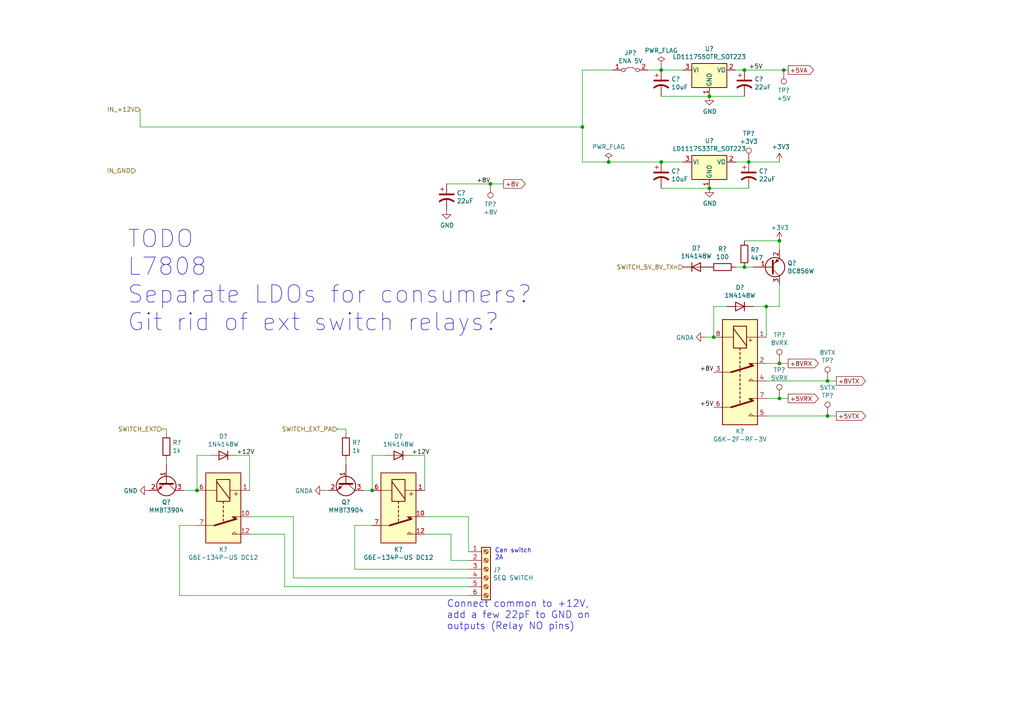
<source format=kicad_sch>
(kicad_sch (version 20211123) (generator eeschema)
  (paper "A4")
  (title_block (title "DART-70 TRX") (date "2023-01-08") (rev "0") (company "HB9EGM") (comment 1 "A 4m Band SSB/CW Transceiver"))
  (lib_symbols
    (symbol "Connector:Screw_Terminal_01x06" (pin_names (offset 1.016) hide)
      (property "Reference" "J" (at 0 7.62 0))
      (property "Value" "Screw_Terminal_01x06" (at 0 -10.16 0))
      (symbol "Screw_Terminal_01x06_1_1"
        (rectangle (start -1.27 6.35) (end 1.27 -8.89) (stroke (width 0.254)) (fill (type background)))
        (circle (center 0 -7.62) (radius 0.635) (stroke (width 0.1524)))
        (circle (center 0 -5.08) (radius 0.635) (stroke (width 0.1524)))
        (circle (center 0 -2.54) (radius 0.635) (stroke (width 0.1524)))
        (polyline (pts (xy -0.5334 -7.2898) (xy 0.3302 -8.128)) (stroke (width 0.1524)))
        (polyline (pts (xy -0.5334 -4.7498) (xy 0.3302 -5.588)) (stroke (width 0.1524)))
        (polyline (pts (xy -0.5334 -2.2098) (xy 0.3302 -3.048)) (stroke (width 0.1524)))
        (polyline (pts (xy -0.5334 0.3302) (xy 0.3302 -0.508)) (stroke (width 0.1524)))
        (polyline (pts (xy -0.5334 2.8702) (xy 0.3302 2.032)) (stroke (width 0.1524)))
        (polyline (pts (xy -0.5334 5.4102) (xy 0.3302 4.572)) (stroke (width 0.1524)))
        (polyline (pts (xy -0.3556 -7.112) (xy 0.508 -7.9502)) (stroke (width 0.1524)))
        (polyline (pts (xy -0.3556 -4.572) (xy 0.508 -5.4102)) (stroke (width 0.1524)))
        (polyline (pts (xy -0.3556 -2.032) (xy 0.508 -2.8702)) (stroke (width 0.1524)))
        (polyline (pts (xy -0.3556 0.508) (xy 0.508 -0.3302)) (stroke (width 0.1524)))
        (polyline (pts (xy -0.3556 3.048) (xy 0.508 2.2098)) (stroke (width 0.1524)))
        (polyline (pts (xy -0.3556 5.588) (xy 0.508 4.7498)) (stroke (width 0.1524)))
        (circle (center 0 0) (radius 0.635) (stroke (width 0.1524)))
        (circle (center 0 2.54) (radius 0.635) (stroke (width 0.1524)))
        (circle (center 0 5.08) (radius 0.635) (stroke (width 0.1524)))
        (pin passive line (at -5.08 5.08 0) (length 3.81) (name "Pin_1") (number "1"))
        (pin passive line (at -5.08 2.54 0) (length 3.81) (name "Pin_2") (number "2"))
        (pin passive line (at -5.08 0 0) (length 3.81) (name "Pin_3") (number "3"))
        (pin passive line (at -5.08 -2.54 0) (length 3.81) (name "Pin_4") (number "4"))
        (pin passive line (at -5.08 -5.08 0) (length 3.81) (name "Pin_5") (number "5"))
        (pin passive line (at -5.08 -7.62 0) (length 3.81) (name "Pin_6") (number "6"))
      )
    )
    (symbol "Connector:TestPoint" (pin_numbers hide) (pin_names (offset 0.762) hide)
      (property "Reference" "TP" (at 0 6.858 0))
      (property "Value" "TestPoint" (at 0 5.08 0))
      (symbol "TestPoint_0_1"
        (circle (center 0 3.302) (radius 0.762))
      )
      (symbol "TestPoint_1_1"
        (pin passive line (at 0 0 90) (length 2.54) (name "1") (number "1"))
      )
    )
    (symbol "Device:CP1" (pin_numbers hide) (pin_names (offset 0.254) hide)
      (property "Reference" "C" (at 0.635 2.54 0))
      (property "Value" "Device_CP1" (at 0.635 -2.54 0))
      (symbol "CP1_0_1"
        (polyline (pts (xy -2.032 0.762) (xy 2.032 0.762)) (stroke (width 0.508)))
        (polyline (pts (xy -1.778 2.286) (xy -0.762 2.286)))
        (polyline (pts (xy -1.27 1.778) (xy -1.27 2.794)))
        (arc (start 2.032 -1.27) (mid 0 -0.5572) (end -2.032 -1.27) (stroke (width 0.508)))
      )
      (symbol "CP1_1_1"
        (pin passive line (at 0 3.81 270) (length 2.794) (name "~") (number "1"))
        (pin passive line (at 0 -3.81 90) (length 3.302) (name "~") (number "2"))
      )
    )
    (symbol "Device:R" (pin_numbers hide) (pin_names (offset 0))
      (property "Reference" "R" (at 2.032 0 90))
      (property "Value" "R" (at 0 0 90))
      (symbol "R_0_1"
        (rectangle (start -1.016 -2.54) (end 1.016 2.54) (stroke (width 0.254)))
      )
      (symbol "R_1_1"
        (pin passive line (at 0 3.81 270) (length 1.27) (name "~") (number "1"))
        (pin passive line (at 0 -3.81 90) (length 1.27) (name "~") (number "2"))
      )
    )
    (symbol "Diode:1N4148W" (pin_numbers hide) (pin_names (offset 1.016) hide)
      (property "Reference" "D" (at 0 2.54 0))
      (property "Value" "1N4148W" (at 0 -2.54 0))
      (symbol "1N4148W_0_1"
        (polyline (pts (xy -1.27 1.27) (xy -1.27 -1.27)) (stroke (width 0.254)))
        (polyline (pts (xy 1.27 0) (xy -1.27 0)))
        (polyline (pts (xy 1.27 1.27) (xy 1.27 -1.27) (xy -1.27 0) (xy 1.27 1.27)) (stroke (width 0.254)))
      )
      (symbol "1N4148W_1_1"
        (pin passive line (at -3.81 0 0) (length 2.54) (name "K") (number "1"))
        (pin passive line (at 3.81 0 180) (length 2.54) (name "A") (number "2"))
      )
    )
    (symbol "Jumper:Jumper_2_Bridged" (pin_names (offset 0) hide)
      (property "Reference" "JP" (at 0 1.905 0))
      (property "Value" "Jumper_2_Bridged" (at 0 -2.54 0))
      (symbol "Jumper_2_Bridged_0_0"
        (circle (center -2.032 0) (radius 0.508))
        (circle (center 2.032 0) (radius 0.508))
      )
      (symbol "Jumper_2_Bridged_0_1"
        (arc (start 1.524 0.254) (mid 0 0.762) (end -1.524 0.254))
      )
      (symbol "Jumper_2_Bridged_1_1"
        (pin passive line (at -5.08 0 0) (length 2.54) (name "A") (number "1"))
        (pin passive line (at 5.08 0 180) (length 2.54) (name "B") (number "2"))
      )
    )
    (symbol "Regulator_Linear:LD1117S33TR_SOT223" (pin_names (offset 0.254))
      (property "Reference" "U" (at -3.81 3.175 0))
      (property "Value" "LD1117S33TR_SOT223" (at 0 3.175 0))
      (symbol "LD1117S33TR_SOT223_0_1"
        (rectangle (start -5.08 -5.08) (end 5.08 1.905) (stroke (width 0.254)) (fill (type background)))
      )
      (symbol "LD1117S33TR_SOT223_1_1"
        (pin power_in line (at 0 -7.62 90) (length 2.54) (name "GND") (number "1"))
        (pin power_out line (at 7.62 0 180) (length 2.54) (name "VO") (number "2"))
        (pin power_in line (at -7.62 0 0) (length 2.54) (name "VI") (number "3"))
      )
    )
    (symbol "Regulator_Linear:LD1117S50TR_SOT223" (pin_names (offset 0.254))
      (property "Reference" "U" (at -3.81 3.175 0))
      (property "Value" "LD1117S50TR_SOT223" (at 0 3.175 0))
      (symbol "LD1117S50TR_SOT223_0_1"
        (rectangle (start -5.08 -5.08) (end 5.08 1.905) (stroke (width 0.254)) (fill (type background)))
      )
      (symbol "LD1117S50TR_SOT223_1_1"
        (pin power_in line (at 0 -7.62 90) (length 2.54) (name "GND") (number "1"))
        (pin power_out line (at 7.62 0 180) (length 2.54) (name "VO") (number "2"))
        (pin power_in line (at -7.62 0 0) (length 2.54) (name "VI") (number "3"))
      )
    )
    (symbol "Relay:G6E"
      (property "Reference" "K" (at 11.43 3.81 0))
      (property "Value" "G6E" (at 11.43 1.27 0))
      (symbol "G6E_0_0"
        (polyline (pts (xy 7.62 5.08) (xy 7.62 2.54) (xy 6.985 3.175) (xy 7.62 3.81)))
        (text "+" (at -4.064 3.556 0) (effects (font (size 1.524 1.524))))
      )
      (symbol "G6E_0_1"
        (rectangle (start -10.16 5.08) (end 10.16 -5.08) (stroke (width 0.254)) (fill (type background)))
        (rectangle (start -8.255 1.905) (end -1.905 -1.905) (stroke (width 0.254)))
        (polyline (pts (xy -7.62 -1.905) (xy -2.54 1.905)) (stroke (width 0.254)))
        (polyline (pts (xy -5.08 -5.08) (xy -5.08 -1.905)))
        (polyline (pts (xy -5.08 5.08) (xy -5.08 1.905)))
        (polyline (pts (xy -1.905 0) (xy -1.27 0)) (stroke (width 0.254)))
        (polyline (pts (xy -0.635 0) (xy 0 0)) (stroke (width 0.254)))
        (polyline (pts (xy 0.635 0) (xy 1.27 0)) (stroke (width 0.254)))
        (polyline (pts (xy 1.905 0) (xy 2.54 0)) (stroke (width 0.254)))
        (polyline (pts (xy 3.175 0) (xy 3.81 0)) (stroke (width 0.254)))
        (polyline (pts (xy 5.08 -2.54) (xy 3.175 3.81)) (stroke (width 0.508)))
        (polyline (pts (xy 5.08 -2.54) (xy 5.08 -5.08)))
        (polyline (pts (xy 2.54 5.08) (xy 2.54 2.54) (xy 3.175 3.175) (xy 2.54 3.81)) (fill (type outline)))
      )
      (symbol "G6E_1_1"
        (pin passive line (at -5.08 7.62 270) (length 2.54) (name "~") (number "1"))
        (pin passive line (at 2.54 7.62 270) (length 2.54) (name "~") (number "10"))
        (pin passive line (at 7.62 7.62 270) (length 2.54) (name "~") (number "12"))
        (pin passive line (at -5.08 -7.62 90) (length 2.54) (name "~") (number "6"))
        (pin passive line (at 5.08 -7.62 90) (length 2.54) (name "~") (number "7"))
      )
    )
    (symbol "Relay:G6K-2"
      (property "Reference" "K" (at 16.51 3.81 0))
      (property "Value" "G6K-2" (at 16.51 1.27 0))
      (symbol "G6K-2_0_0"
        (text "+" (at -9.271 2.921 0) (effects (font (size 1.27 1.27))))
      )
      (symbol "G6K-2_0_1"
        (rectangle (start -15.24 5.08) (end 15.24 -5.08) (stroke (width 0.254)) (fill (type background)))
        (rectangle (start -13.335 1.905) (end -6.985 -1.905) (stroke (width 0.254)))
        (polyline (pts (xy -12.7 -1.905) (xy -7.62 1.905)) (stroke (width 0.254)))
        (polyline (pts (xy -10.16 -5.08) (xy -10.16 -1.905)))
        (polyline (pts (xy -10.16 5.08) (xy -10.16 1.905)))
        (polyline (pts (xy -6.985 0) (xy -6.35 0)) (stroke (width 0.254)))
        (polyline (pts (xy -5.715 0) (xy -5.08 0)) (stroke (width 0.254)))
        (polyline (pts (xy -4.445 0) (xy -3.81 0)) (stroke (width 0.254)))
        (polyline (pts (xy -3.175 0) (xy -2.54 0)) (stroke (width 0.254)))
        (polyline (pts (xy -1.905 0) (xy -1.27 0)) (stroke (width 0.254)))
        (polyline (pts (xy -0.635 0) (xy 0 0)) (stroke (width 0.254)))
        (polyline (pts (xy 0 -2.54) (xy -1.905 3.81)) (stroke (width 0.508)))
        (polyline (pts (xy 0 -2.54) (xy 0 -5.08)))
        (polyline (pts (xy 0.635 0) (xy 1.27 0)) (stroke (width 0.254)))
        (polyline (pts (xy 1.905 0) (xy 2.54 0)) (stroke (width 0.254)))
        (polyline (pts (xy 3.175 0) (xy 3.81 0)) (stroke (width 0.254)))
        (polyline (pts (xy 4.445 0) (xy 5.08 0)) (stroke (width 0.254)))
        (polyline (pts (xy 5.715 0) (xy 6.35 0)) (stroke (width 0.254)))
        (polyline (pts (xy 6.985 0) (xy 7.62 0)) (stroke (width 0.254)))
        (polyline (pts (xy 8.255 0) (xy 8.89 0)) (stroke (width 0.254)))
        (polyline (pts (xy 10.16 -2.54) (xy 8.255 3.81)) (stroke (width 0.508)))
        (polyline (pts (xy 10.16 -2.54) (xy 10.16 -5.08)))
        (polyline (pts (xy -2.54 5.08) (xy -2.54 2.54) (xy -1.905 3.175) (xy -2.54 3.81)) (fill (type outline)))
        (polyline (pts (xy 2.54 5.08) (xy 2.54 2.54) (xy 1.905 3.175) (xy 2.54 3.81)))
        (polyline (pts (xy 7.62 5.08) (xy 7.62 2.54) (xy 8.255 3.175) (xy 7.62 3.81)) (fill (type outline)))
        (polyline (pts (xy 12.7 5.08) (xy 12.7 2.54) (xy 12.065 3.175) (xy 12.7 3.81)))
      )
      (symbol "G6K-2_1_1"
        (pin passive line (at -10.16 7.62 270) (length 2.54) (name "~") (number "1"))
        (pin passive line (at -2.54 7.62 270) (length 2.54) (name "~") (number "2"))
        (pin passive line (at 0 -7.62 90) (length 2.54) (name "~") (number "3"))
        (pin passive line (at 2.54 7.62 270) (length 2.54) (name "~") (number "4"))
        (pin passive line (at 12.7 7.62 270) (length 2.54) (name "~") (number "5"))
        (pin passive line (at 10.16 -7.62 90) (length 2.54) (name "~") (number "6"))
        (pin passive line (at 7.62 7.62 270) (length 2.54) (name "~") (number "7"))
        (pin passive line (at -10.16 -7.62 90) (length 2.54) (name "~") (number "8"))
      )
    )
    (symbol "Transistor_BJT:BC856W" (pin_names (offset 0) hide)
      (property "Reference" "Q" (at 5.08 1.905 0))
      (property "Value" "BC856W" (at 5.08 0 0))
      (symbol "BC856W_0_1"
        (polyline (pts (xy 0.635 0.635) (xy 2.54 2.54)))
        (polyline (pts (xy 0.635 -0.635) (xy 2.54 -2.54) (xy 2.54 -2.54)))
        (polyline (pts (xy 0.635 1.905) (xy 0.635 -1.905) (xy 0.635 -1.905)) (stroke (width 0.508)))
        (polyline (pts (xy 2.286 -1.778) (xy 1.778 -2.286) (xy 1.27 -1.27) (xy 2.286 -1.778) (xy 2.286 -1.778)) (fill (type outline)))
        (circle (center 1.27 0) (radius 2.8194) (stroke (width 0.254)))
      )
      (symbol "BC856W_1_1"
        (pin input line (at -5.08 0 0) (length 5.715) (name "B") (number "1"))
        (pin passive line (at 2.54 -5.08 90) (length 2.54) (name "E") (number "2"))
        (pin passive line (at 2.54 5.08 270) (length 2.54) (name "C") (number "3"))
      )
    )
    (symbol "Transistor_BJT:MMBT3904" (pin_names (offset 0) hide)
      (property "Reference" "Q" (at 5.08 1.905 0))
      (property "Value" "MMBT3904" (at 5.08 0 0))
      (symbol "MMBT3904_0_1"
        (polyline (pts (xy 0.635 0.635) (xy 2.54 2.54)))
        (polyline (pts (xy 0.635 -0.635) (xy 2.54 -2.54) (xy 2.54 -2.54)))
        (polyline (pts (xy 0.635 1.905) (xy 0.635 -1.905) (xy 0.635 -1.905)) (stroke (width 0.508)))
        (polyline (pts (xy 1.27 -1.778) (xy 1.778 -1.27) (xy 2.286 -2.286) (xy 1.27 -1.778) (xy 1.27 -1.778)) (fill (type outline)))
        (circle (center 1.27 0) (radius 2.8194) (stroke (width 0.254)))
      )
      (symbol "MMBT3904_1_1"
        (pin input line (at -5.08 0 0) (length 5.715) (name "B") (number "1"))
        (pin passive line (at 2.54 -5.08 90) (length 2.54) (name "E") (number "2"))
        (pin passive line (at 2.54 5.08 270) (length 2.54) (name "C") (number "3"))
      )
    )
    (symbol "power:+3.3V" (power) (pin_names (offset 0))
      (property "Value" "+3.3V" (at 0 3.556 0))
      (symbol "+3.3V_0_1"
        (polyline (pts (xy -0.762 1.27) (xy 0 2.54)))
        (polyline (pts (xy 0 0) (xy 0 2.54)))
        (polyline (pts (xy 0 2.54) (xy 0.762 1.27)))
      )
      (symbol "+3.3V_1_1"
        (pin power_in line (at 0 0 90) (length 0) hide (name "+3V3") (number "1"))
      )
    )
    (symbol "power:GND" (power) (pin_names (offset 0))
      (property "Value" "GND" (at 0 -3.81 0))
      (symbol "GND_0_1"
        (polyline (pts (xy 0 0) (xy 0 -1.27) (xy 1.27 -1.27) (xy 0 -2.54) (xy -1.27 -1.27) (xy 0 -1.27)))
      )
      (symbol "GND_1_1"
        (pin power_in line (at 0 0 270) (length 0) hide (name "GND") (number "1"))
      )
    )
    (symbol "power:GNDA" (power) (pin_names (offset 0))
      (property "Value" "GNDA" (at 0 -3.81 0))
      (symbol "GNDA_0_1"
        (polyline (pts (xy 0 0) (xy 0 -1.27) (xy 1.27 -1.27) (xy 0 -2.54) (xy -1.27 -1.27) (xy 0 -1.27)))
      )
      (symbol "GNDA_1_1"
        (pin power_in line (at 0 0 270) (length 0) hide (name "GNDA") (number "1"))
      )
    )
    (symbol "power:PWR_FLAG" (power) (pin_numbers hide) (pin_names (offset 0) hide)
      (property "Value" "PWR_FLAG" (at 0 3.81 0))
      (symbol "PWR_FLAG_0_0"
        (pin power_out line (at 0 0 90) (length 0) (name "pwr") (number "1"))
      )
      (symbol "PWR_FLAG_0_1"
        (polyline (pts (xy 0 0) (xy 0 1.27) (xy -1.016 1.905) (xy 0 2.54) (xy 1.016 1.905) (xy 0 1.27)))
      )
    )
  )
  (junction (at 226.06 115.57))
  (junction (at 191.77 46.99))
  (junction (at 217.17 46.99))
  (junction (at 205.74 27.94))
  (junction (at 142.24 53.34))
  (junction (at 215.9 20.32))
  (junction (at 226.06 69.85))
  (junction (at 227.33 20.32))
  (junction (at 191.77 20.32))
  (junction (at 205.74 54.61))
  (junction (at 57.15 142.24))
  (junction (at 176.53 46.99))
  (junction (at 107.95 142.24))
  (junction (at 222.25 88.9))
  (junction (at 215.9 77.47))
  (junction (at 168.91 36.83))
  (junction (at 240.03 110.49))
  (junction (at 207.01 97.79))
  (junction (at 240.03 120.65))
  (junction (at 226.06 105.41))
  (wire (pts (xy 176.53 46.99) (xy 191.77 46.99)))
  (wire (pts (xy 129.54 53.34) (xy 142.24 53.34)))
  (wire (pts (xy 135.89 172.72) (xy 52.07 172.72)))
  (wire (pts (xy 135.89 160.02) (xy 135.89 149.86)))
  (wire (pts (xy 168.91 46.99) (xy 176.53 46.99)))
  (wire (pts (xy 40.64 36.83) (xy 168.91 36.83)))
  (wire (pts (xy 46.99 124.46) (xy 48.26 124.46)))
  (wire (pts (xy 93.98 142.24) (xy 95.25 142.24)))
  (wire (pts (xy 105.41 142.24) (xy 107.95 142.24)))
  (wire (pts (xy 226.06 105.41) (xy 228.6 105.41)))
  (wire (pts (xy 213.36 77.47) (xy 215.9 77.47)))
  (wire (pts (xy 191.77 19.05) (xy 191.77 20.32)))
  (wire (pts (xy 53.34 142.24) (xy 57.15 142.24)))
  (wire (pts (xy 135.89 167.64) (xy 85.09 167.64)))
  (wire (pts (xy 240.03 120.65) (xy 222.25 120.65)))
  (wire (pts (xy 72.39 142.24) (xy 72.39 132.08)))
  (wire (pts (xy 226.06 69.85) (xy 215.9 69.85)))
  (wire (pts (xy 107.95 152.4) (xy 102.87 152.4)))
  (wire (pts (xy 142.24 53.34) (xy 146.05 53.34)))
  (wire (pts (xy 222.25 88.9) (xy 218.44 88.9)))
  (wire (pts (xy 130.81 162.56) (xy 130.81 154.94)))
  (wire (pts (xy 204.47 97.79) (xy 207.01 97.79)))
  (wire (pts (xy 226.06 115.57) (xy 228.6 115.57)))
  (wire (pts (xy 205.74 54.61) (xy 217.17 54.61)))
  (wire (pts (xy 242.57 110.49) (xy 240.03 110.49)))
  (wire (pts (xy 210.82 88.9) (xy 207.01 88.9)))
  (wire (pts (xy 240.03 110.49) (xy 222.25 110.49)))
  (wire (pts (xy 177.8 20.32) (xy 168.91 20.32)))
  (wire (pts (xy 40.64 31.75) (xy 40.64 36.83)))
  (wire (pts (xy 222.25 105.41) (xy 226.06 105.41)))
  (wire (pts (xy 227.33 20.32) (xy 228.6 20.32)))
  (wire (pts (xy 226.06 88.9) (xy 222.25 88.9)))
  (wire (pts (xy 191.77 20.32) (xy 187.96 20.32)))
  (wire (pts (xy 226.06 72.39) (xy 226.06 69.85)))
  (wire (pts (xy 226.06 82.55) (xy 226.06 88.9)))
  (wire (pts (xy 100.33 134.62) (xy 100.33 133.35)))
  (wire (pts (xy 242.57 120.65) (xy 240.03 120.65)))
  (wire (pts (xy 72.39 154.94) (xy 82.55 154.94)))
  (wire (pts (xy 102.87 165.1) (xy 135.89 165.1)))
  (wire (pts (xy 111.76 132.08) (xy 107.95 132.08)))
  (wire (pts (xy 123.19 142.24) (xy 123.19 132.08)))
  (wire (pts (xy 48.26 134.62) (xy 48.26 133.35)))
  (wire (pts (xy 207.01 88.9) (xy 207.01 97.79)))
  (wire (pts (xy 85.09 167.64) (xy 85.09 149.86)))
  (wire (pts (xy 57.15 132.08) (xy 57.15 142.24)))
  (wire (pts (xy 97.79 124.46) (xy 100.33 124.46)))
  (wire (pts (xy 100.33 125.73) (xy 100.33 124.46)))
  (wire (pts (xy 213.36 46.99) (xy 217.17 46.99)))
  (wire (pts (xy 191.77 27.94) (xy 205.74 27.94)))
  (wire (pts (xy 226.06 46.99) (xy 217.17 46.99)))
  (wire (pts (xy 191.77 20.32) (xy 198.12 20.32)))
  (wire (pts (xy 222.25 115.57) (xy 226.06 115.57)))
  (wire (pts (xy 205.74 27.94) (xy 215.9 27.94)))
  (wire (pts (xy 85.09 149.86) (xy 72.39 149.86)))
  (wire (pts (xy 82.55 154.94) (xy 82.55 170.18)))
  (wire (pts (xy 107.95 132.08) (xy 107.95 142.24)))
  (wire (pts (xy 72.39 132.08) (xy 68.58 132.08)))
  (wire (pts (xy 123.19 132.08) (xy 119.38 132.08)))
  (wire (pts (xy 102.87 152.4) (xy 102.87 165.1)))
  (wire (pts (xy 168.91 36.83) (xy 168.91 46.99)))
  (wire (pts (xy 191.77 54.61) (xy 205.74 54.61)))
  (wire (pts (xy 222.25 97.79) (xy 222.25 88.9)))
  (wire (pts (xy 135.89 162.56) (xy 130.81 162.56)))
  (wire (pts (xy 135.89 149.86) (xy 123.19 149.86)))
  (wire (pts (xy 52.07 172.72) (xy 52.07 152.4)))
  (wire (pts (xy 130.81 154.94) (xy 123.19 154.94)))
  (wire (pts (xy 82.55 170.18) (xy 135.89 170.18)))
  (wire (pts (xy 48.26 125.73) (xy 48.26 124.46)))
  (wire (pts (xy 168.91 36.83) (xy 168.91 20.32)))
  (wire (pts (xy 60.96 132.08) (xy 57.15 132.08)))
  (wire (pts (xy 218.44 77.47) (xy 215.9 77.47)))
  (wire (pts (xy 198.12 46.99) (xy 191.77 46.99)))
  (wire (pts (xy 213.36 20.32) (xy 215.9 20.32)))
  (wire (pts (xy 215.9 20.32) (xy 227.33 20.32)))
  (wire (pts (xy 52.07 152.4) (xy 57.15 152.4)))
  (text "Connect common to +12V,\nadd a few 22pF to GND on\noutputs (Relay NO pins)" (at 129.54 182.88 0) (effects (font (size 2.0066 2.0066)) (justify left bottom)))
  (text "Can switch\n2A" (at 143.51 162.56 0) (effects (font (size 1.27 1.27)) (justify left bottom)))
  (text "TODO\nL7808\nSeparate LDOs for consumers?\nGit rid of ext switch relays?" (at 36.83 96.52 0) (effects (font (size 5 5)) (justify left bottom)))
  (label "+12V" (at 119.38 132.08 0))
  (label "+8V" (at 142.24 53.34 180))
  (label "+5V" (at 207.01 118.11 180))
  (label "+5V" (at 217.17 20.32 0))
  (label "+12V" (at 68.58 132.08 0))
  (label "+8V" (at 207.01 107.95 180))
  (global_label "+5VRX" (shape output) (at 228.6 115.57 0) (property "Intersheet References" "${INTERSHEET_REFS}" (effects hide)))
  (global_label "+8VTX" (shape output) (at 242.57 110.49 0) (property "Intersheet References" "${INTERSHEET_REFS}" (effects hide)))
  (global_label "+8V" (shape output) (at 146.05 53.34 0) (property "Intersheet References" "${INTERSHEET_REFS}" (effects hide)))
  (global_label "+5VA" (shape output) (at 228.6 20.32 0) (property "Intersheet References" "${INTERSHEET_REFS}" (effects hide)))
  (global_label "+8VRX" (shape output) (at 228.6 105.41 0) (property "Intersheet References" "${INTERSHEET_REFS}" (effects hide)))
  (global_label "+5VTX" (shape output) (at 242.57 120.65 0) (property "Intersheet References" "${INTERSHEET_REFS}" (effects hide)))
  (hierarchical_label "IN_+12V" (shape input) (at 40.64 31.75 180))
  (hierarchical_label "SWITCH_5V_8V_TXn" (shape input) (at 198.12 77.47 180))
  (hierarchical_label "SWITCH_EXT" (shape input) (at 46.99 124.46 180))
  (hierarchical_label "IN_GND" (shape input) (at 39.37 49.53 180))
  (hierarchical_label "SWITCH_EXT_PA" (shape input) (at 97.79 124.46 180))
  (symbol (lib_id "Device:CP1") (at 129.54 57.15 0) (unit 1)
    (property "Reference" "C?" (at 132.461 55.9816 0) (effects (justify left)))
    (property "Value" "22uF" (at 132.461 58.293 0) (effects (justify left)))
    (property "Footprint" "Capacitor_SMD:C_1210_3225Metric_Pad1.42x2.65mm_HandSolder" (effects hide))
    (property "MPN" "stash tantalum" (effects hide))
    (property "Need_order" "0" (effects hide))
    (property "OriginalValue" "47uF" (effects hide))
  )
  (symbol (lib_id "power:GND") (at 205.74 54.61 0) (unit 1)
    (property "Reference" "#PWR?" (effects hide))
    (property "Value" "GND" (at 205.867 59.0042 0))
  )
  (symbol (lib_id "Device:CP1") (at 191.77 50.8 0) (unit 1)
    (property "Reference" "C?" (at 194.691 49.6316 0) (effects (justify left)))
    (property "Value" "10uF" (at 194.691 51.943 0) (effects (justify left)))
    (property "Footprint" "Capacitor_SMD:C_1210_3225Metric_Pad1.42x2.65mm_HandSolder" (effects hide))
    (property "MPN" "stash X7R" (effects hide))
    (property "Need_order" "0" (effects hide))
  )
  (symbol (lib_id "Device:CP1") (at 217.17 50.8 0) (unit 1)
    (property "Reference" "C?" (at 220.091 49.6316 0) (effects (justify left)))
    (property "Value" "22uF" (at 220.091 51.943 0) (effects (justify left)))
    (property "Footprint" "Capacitor_SMD:C_1210_3225Metric_Pad1.42x2.65mm_HandSolder" (effects hide))
    (property "MPN" "stash tantalum" (effects hide))
    (property "Need_order" "0" (effects hide))
    (property "OriginalValue" "47uF" (effects hide))
  )
  (symbol (lib_id "Regulator_Linear:LD1117S33TR_SOT223") (at 205.74 46.99 0) (unit 1)
    (property "Reference" "U?" (at 205.74 40.8432 0))
    (property "Value" "LD1117S33TR_SOT223" (at 205.74 43.1546 0))
    (property "Footprint" "Package_TO_SOT_SMD:SOT-223-3_TabPin2" (effects hide))
    (property "Datasheet" "http://www.st.com/st-web-ui/static/active/en/resource/technical/document/datasheet/CD00000544.pdf" (effects hide))
    (property "Need_order" "1" (effects hide))
    (property "MPN" "LD1117S33CTR" (effects hide))
  )
  (symbol (lib_id "Connector:TestPoint") (at 142.24 53.34 180) (unit 1)
    (property "Reference" "TP?" (at 142.24 59.2582 0))
    (property "Value" "+8V" (at 142.24 61.5696 0))
    (property "Footprint" "TestPoint:TestPoint_Pad_D1.5mm" (effects hide))
    (property "Need_order" "0" (effects hide))
  )
  (symbol (lib_id "Connector:TestPoint") (at 227.33 20.32 180) (unit 1)
    (property "Reference" "TP?" (at 227.33 26.2382 0))
    (property "Value" "+5V" (at 227.33 28.5496 0))
    (property "Footprint" "TestPoint:TestPoint_Pad_D1.5mm" (effects hide))
    (property "Need_order" "0" (effects hide))
  )
  (symbol (lib_id "Connector:TestPoint") (at 217.17 46.99 0) (unit 1)
    (property "Reference" "TP?" (at 217.17 38.735 0))
    (property "Value" "+3V3" (at 217.17 41.0464 0))
    (property "Footprint" "TestPoint:TestPoint_Pad_D1.5mm" (effects hide))
    (property "Need_order" "0" (effects hide))
  )
  (symbol (lib_id "Connector:TestPoint") (at 226.06 105.41 0) (unit 1)
    (property "Reference" "TP?" (at 226.06 97.155 0))
    (property "Value" "8VRX" (at 226.06 99.4664 0))
    (property "Footprint" "TestPoint:TestPoint_Pad_D1.5mm" (effects hide))
    (property "Need_order" "0" (effects hide))
  )
  (symbol (lib_id "Connector:TestPoint") (at 240.03 110.49 0) (unit 1)
    (property "Reference" "TP?" (at 240.03 104.5718 0))
    (property "Value" "8VTX" (at 240.03 102.2604 0))
    (property "Footprint" "TestPoint:TestPoint_Pad_D1.5mm" (effects hide))
    (property "Need_order" "0" (effects hide))
  )
  (symbol (lib_id "Connector:TestPoint") (at 240.03 120.65 0) (unit 1)
    (property "Reference" "TP?" (at 240.03 114.7318 0))
    (property "Value" "5VTX" (at 240.03 112.4204 0))
    (property "Footprint" "TestPoint:TestPoint_Pad_D1.5mm" (effects hide))
    (property "Need_order" "0" (effects hide))
  )
  (symbol (lib_id "Connector:TestPoint") (at 226.06 115.57 0) (unit 1)
    (property "Reference" "TP?" (at 226.06 107.315 0))
    (property "Value" "5VRX" (at 226.06 109.6264 0))
    (property "Footprint" "TestPoint:TestPoint_Pad_D1.5mm" (effects hide))
    (property "Need_order" "0" (effects hide))
  )
  (symbol (lib_id "Device:R") (at 100.33 129.54 180) (unit 1)
    (property "Reference" "R?" (at 102.108 128.3716 0) (effects (justify right)))
    (property "Value" "1k" (at 102.108 130.683 0) (effects (justify right)))
    (property "Footprint" "Resistor_SMD:R_0603_1608Metric_Pad1.05x0.95mm_HandSolder" (effects hide))
    (property "Need_order" "0" (effects hide))
  )
  (symbol (lib_id "power:GNDA") (at 93.98 142.24 270) (unit 1)
    (property "Reference" "#PWR?" (effects hide))
    (property "Value" "GNDA" (at 90.7542 142.367 90) (effects (justify right)))
  )
  (symbol (lib_id "Relay:G6K-2") (at 214.63 107.95 270) (unit 1)
    (property "Reference" "K?" (at 214.63 125.095 90))
    (property "Value" "G6K-2F-RF-3V" (at 214.63 127.4064 90))
    (property "Footprint" "Relay_SMD:Relay_DPDT_Omron_G6K-2F" (effects hide))
    (property "Datasheet" "http://omronfs.omron.com/en_US/ecb/products/pdf/en-g6k.pdf" (effects hide))
    (property "Need_order" "0" (effects hide))
  )
  (symbol (lib_id "Transistor_BJT:MMBT3904") (at 48.26 139.7 270) (unit 1)
    (property "Reference" "Q?" (at 48.26 145.669 90))
    (property "Value" "MMBT3904" (at 48.26 147.9804 90))
    (property "Footprint" "Package_TO_SOT_SMD:SOT-23" (effects hide))
    (property "Datasheet" "https://www.fairchildsemi.com/datasheets/2N/2N3904.pdf" (effects hide))
    (property "MPN" "MMBT3904LT1G" (effects hide))
    (property "Need_order" "1" (effects hide))
  )
  (symbol (lib_id "Transistor_BJT:MMBT3904") (at 100.33 139.7 270) (unit 1)
    (property "Reference" "Q?" (at 100.33 145.669 90))
    (property "Value" "MMBT3904" (at 100.33 147.9804 90))
    (property "Footprint" "Package_TO_SOT_SMD:SOT-23" (effects hide))
    (property "Datasheet" "https://www.fairchildsemi.com/datasheets/2N/2N3904.pdf" (effects hide))
    (property "MPN" "MMBT3904LT1G" (effects hide))
    (property "Need_order" "1" (effects hide))
  )
  (symbol (lib_id "Regulator_Linear:LD1117S50TR_SOT223") (at 205.74 20.32 0) (unit 1)
    (property "Reference" "U?" (at 205.74 14.1732 0))
    (property "Value" "LD1117S50TR_SOT223" (at 205.74 16.4846 0))
    (property "Footprint" "Package_TO_SOT_SMD:SOT-223-3_TabPin2" (effects hide))
    (property "Datasheet" "http://www.st.com/st-web-ui/static/active/en/resource/technical/document/datasheet/CD00000544.pdf" (effects hide))
    (property "Need_order" "1" (effects hide))
    (property "MPN" "LD1117S50CTR" (effects hide))
  )
  (symbol (lib_id "Device:CP1") (at 191.77 24.13 0) (unit 1)
    (property "Reference" "C?" (at 194.691 22.9616 0) (effects (justify left)))
    (property "Value" "10uF" (at 194.691 25.273 0) (effects (justify left)))
    (property "Footprint" "Capacitor_SMD:C_1210_3225Metric_Pad1.42x2.65mm_HandSolder" (effects hide))
    (property "MPN" "stash X7R" (effects hide))
    (property "Need_order" "0" (effects hide))
  )
  (symbol (lib_id "Device:CP1") (at 215.9 24.13 0) (unit 1)
    (property "Reference" "C?" (at 218.821 22.9616 0) (effects (justify left)))
    (property "Value" "22uF" (at 218.821 25.273 0) (effects (justify left)))
    (property "Footprint" "Capacitor_SMD:C_1210_3225Metric_Pad1.42x2.65mm_HandSolder" (effects hide))
    (property "MPN" "stash tantalum" (effects hide))
    (property "Need_order" "0" (effects hide))
    (property "OriginalValue" "47uF" (effects hide))
  )
  (symbol (lib_id "power:GND") (at 205.74 27.94 0) (unit 1)
    (property "Reference" "#PWR?" (effects hide))
    (property "Value" "GND" (at 205.867 32.3342 0))
  )
  (symbol (lib_id "power:PWR_FLAG") (at 176.53 46.99 0) (unit 1)
    (property "Reference" "#FLG?" (effects hide))
    (property "Value" "PWR_FLAG" (at 176.53 42.5958 0))
  )
  (symbol (lib_id "power:PWR_FLAG") (at 191.77 19.05 0) (unit 1)
    (property "Reference" "#FLG?" (effects hide))
    (property "Value" "PWR_FLAG" (at 191.77 14.6558 0))
  )
  (symbol (lib_id "Jumper:Jumper_2_Bridged") (at 182.88 20.32 0) (unit 1)
    (property "Reference" "JP?" (at 182.88 15.367 0))
    (property "Value" "ENA 5V" (at 182.88 17.6784 0))
    (property "Footprint" "Connector_PinHeader_2.54mm:PinHeader_1x02_P2.54mm_Vertical" (effects hide))
    (property "Need_order" "0" (effects hide))
  )
  (symbol (lib_id "Connector:Screw_Terminal_01x06") (at 140.97 165.1 0) (unit 1)
    (property "Reference" "J?" (at 143.002 165.3032 0) (effects (justify left)))
    (property "Value" "SEQ SWITCH" (at 143.002 167.6146 0) (effects (justify left)))
    (property "Footprint" "TerminalBlock_Phoenix:TerminalBlock_Phoenix_MPT-0,5-6-2.54_1x06_P2.54mm_Horizontal" (effects hide))
    (property "Need_order" "0" (effects hide))
  )
  (symbol (lib_id "Diode:1N4148W") (at 64.77 132.08 180) (unit 1)
    (property "Reference" "D?" (at 64.77 126.5682 0))
    (property "Value" "1N4148W" (at 64.77 128.8796 0))
    (property "Footprint" "Diode_SMD:D_SOD-123F" (effects hide))
    (property "Datasheet" "https://www.vishay.com/docs/85748/1n4148w.pdf" (effects hide))
    (property "MPN" "1N4148W" (effects hide))
    (property "Need_order" "1" (effects hide))
  )
  (symbol (lib_id "Diode:1N4148W") (at 214.63 88.9 180) (unit 1)
    (property "Reference" "D?" (at 214.63 83.3882 0))
    (property "Value" "1N4148W" (at 214.63 85.6996 0))
    (property "Footprint" "Diode_SMD:D_SOD-123F" (effects hide))
    (property "Datasheet" "https://www.vishay.com/docs/85748/1n4148w.pdf" (effects hide))
    (property "MPN" "1N4148W" (effects hide))
    (property "Need_order" "1" (effects hide))
  )
  (symbol (lib_id "power:GNDA") (at 204.47 97.79 270) (unit 1)
    (property "Reference" "#PWR?" (effects hide))
    (property "Value" "GNDA" (at 201.2442 97.917 90) (effects (justify right)))
  )
  (symbol (lib_id "power:+3.3V") (at 226.06 46.99 0) (unit 1)
    (property "Reference" "#PWR?" (effects hide))
    (property "Value" "+3.3V" (at 226.441 42.5958 0))
  )
  (symbol (lib_id "Relay:G6E") (at 64.77 147.32 270) (unit 1)
    (property "Reference" "K?" (at 64.77 159.385 90))
    (property "Value" "G6E-134P-US DC12" (at 64.77 161.6964 90))
    (property "Footprint" "Relay_THT:Relay_SPDT_Omron_G6E" (effects hide))
    (property "Datasheet" "https://www.omron.com/ecb/products/pdf/en-g6e.pdf" (effects hide))
    (property "Need_order" "0" (effects hide))
  )
  (symbol (lib_id "Relay:G6E") (at 115.57 147.32 270) (unit 1)
    (property "Reference" "K?" (at 115.57 159.385 90))
    (property "Value" "G6E-134P-US DC12" (at 115.57 161.6964 90))
    (property "Footprint" "Relay_THT:Relay_SPDT_Omron_G6E" (effects hide))
    (property "Datasheet" "https://www.omron.com/ecb/products/pdf/en-g6e.pdf" (effects hide))
    (property "Need_order" "0" (effects hide))
  )
  (symbol (lib_id "Diode:1N4148W") (at 115.57 132.08 180) (unit 1)
    (property "Reference" "D?" (at 115.57 126.5682 0))
    (property "Value" "1N4148W" (at 115.57 128.8796 0))
    (property "Footprint" "Diode_SMD:D_SOD-123F" (effects hide))
    (property "Datasheet" "https://www.vishay.com/docs/85748/1n4148w.pdf" (effects hide))
    (property "MPN" "1N4148W" (effects hide))
    (property "Need_order" "1" (effects hide))
  )
  (symbol (lib_id "power:GND") (at 43.18 142.24 270) (unit 1)
    (property "Reference" "#PWR?" (effects hide))
    (property "Value" "GND" (at 39.9288 142.367 90) (effects (justify right)))
  )
  (symbol (lib_id "Device:R") (at 48.26 129.54 180) (unit 1)
    (property "Reference" "R?" (at 50.038 128.3716 0) (effects (justify right)))
    (property "Value" "1k" (at 50.038 130.683 0) (effects (justify right)))
    (property "Footprint" "Resistor_SMD:R_0603_1608Metric_Pad1.05x0.95mm_HandSolder" (effects hide))
    (property "Need_order" "0" (effects hide))
  )
  (symbol (lib_id "Diode:1N4148W") (at 201.93 77.47 0) (unit 1)
    (property "Reference" "D?" (at 201.93 71.9582 0))
    (property "Value" "1N4148W" (at 201.93 74.2696 0))
    (property "Footprint" "Diode_SMD:D_SOD-123F" (effects hide))
    (property "Datasheet" "https://www.vishay.com/docs/85748/1n4148w.pdf" (effects hide))
    (property "MPN" "1N4148W" (effects hide))
    (property "Need_order" "1" (effects hide))
  )
  (symbol (lib_id "power:GND") (at 129.54 60.96 0) (unit 1)
    (property "Reference" "#PWR?" (effects hide))
    (property "Value" "GND" (at 129.667 65.3542 0))
  )
  (symbol (lib_id "power:+3.3V") (at 226.06 69.85 0) (unit 1)
    (property "Reference" "#PWR?" (effects hide))
    (property "Value" "+3.3V" (at 223.52 66.04 0) (effects (justify left)))
  )
  (symbol (lib_id "Transistor_BJT:BC856W") (at 223.52 77.47 0) (mirror x) (unit 1)
    (property "Reference" "Q?" (at 228.346 76.3016 0) (effects (justify left)))
    (property "Value" "BC856W" (at 228.346 78.613 0) (effects (justify left)))
    (property "Footprint" "Package_TO_SOT_SMD:SOT-323_SC-70" (effects hide))
    (property "Datasheet" "http://www.fairchildsemi.com/ds/BC/BC856.pdf" (effects hide))
    (property "MPN" "BC856W" (effects hide))
    (property "Need_order" "0" (effects hide))
  )
  (symbol (lib_id "Device:R") (at 215.9 73.66 0) (unit 1)
    (property "Reference" "R?" (at 217.678 72.4916 0) (effects (justify left)))
    (property "Value" "4k7" (at 217.678 74.803 0) (effects (justify left)))
    (property "Footprint" "Resistor_SMD:R_0603_1608Metric_Pad1.05x0.95mm_HandSolder" (effects hide))
    (property "Need_order" "0" (effects hide))
  )
  (symbol (lib_id "Device:R") (at 209.55 77.47 270) (unit 1)
    (property "Reference" "R?" (at 209.55 72.2122 90))
    (property "Value" "100" (at 209.55 74.5236 90))
    (property "Footprint" "Resistor_SMD:R_0603_1608Metric_Pad1.05x0.95mm_HandSolder" (effects hide))
    (property "Need_order" "0" (effects hide))
  )
)
</source>
